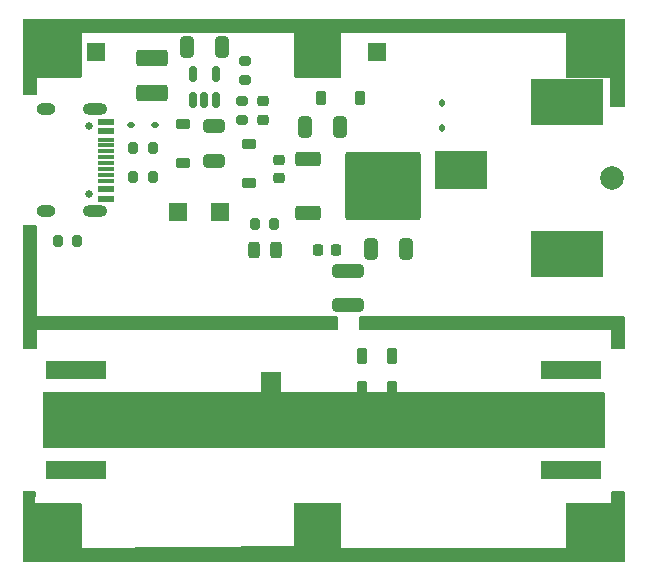
<source format=gbr>
%TF.GenerationSoftware,KiCad,Pcbnew,7.0.6-7.0.6~ubuntu22.04.1*%
%TF.CreationDate,2023-09-10T12:00:18+02:00*%
%TF.ProjectId,RFAmp,5246416d-702e-46b6-9963-61645f706362,rev?*%
%TF.SameCoordinates,Original*%
%TF.FileFunction,Soldermask,Top*%
%TF.FilePolarity,Negative*%
%FSLAX46Y46*%
G04 Gerber Fmt 4.6, Leading zero omitted, Abs format (unit mm)*
G04 Created by KiCad (PCBNEW 7.0.6-7.0.6~ubuntu22.04.1) date 2023-09-10 12:00:18*
%MOMM*%
%LPD*%
G01*
G04 APERTURE LIST*
G04 Aperture macros list*
%AMRoundRect*
0 Rectangle with rounded corners*
0 $1 Rounding radius*
0 $2 $3 $4 $5 $6 $7 $8 $9 X,Y pos of 4 corners*
0 Add a 4 corners polygon primitive as box body*
4,1,4,$2,$3,$4,$5,$6,$7,$8,$9,$2,$3,0*
0 Add four circle primitives for the rounded corners*
1,1,$1+$1,$2,$3*
1,1,$1+$1,$4,$5*
1,1,$1+$1,$6,$7*
1,1,$1+$1,$8,$9*
0 Add four rect primitives between the rounded corners*
20,1,$1+$1,$2,$3,$4,$5,0*
20,1,$1+$1,$4,$5,$6,$7,0*
20,1,$1+$1,$6,$7,$8,$9,0*
20,1,$1+$1,$8,$9,$2,$3,0*%
%AMFreePoly0*
4,1,9,3.862500,-0.866500,0.737500,-0.866500,0.737500,-0.450000,-0.737500,-0.450000,-0.737500,0.450000,0.737500,0.450000,0.737500,0.866500,3.862500,0.866500,3.862500,-0.866500,3.862500,-0.866500,$1*%
G04 Aperture macros list end*
%ADD10RoundRect,0.200000X0.200000X0.275000X-0.200000X0.275000X-0.200000X-0.275000X0.200000X-0.275000X0*%
%ADD11R,5.080000X1.500000*%
%ADD12RoundRect,0.225000X-0.375000X0.225000X-0.375000X-0.225000X0.375000X-0.225000X0.375000X0.225000X0*%
%ADD13RoundRect,0.225000X-0.250000X0.225000X-0.250000X-0.225000X0.250000X-0.225000X0.250000X0.225000X0*%
%ADD14RoundRect,0.243750X0.243750X0.456250X-0.243750X0.456250X-0.243750X-0.456250X0.243750X-0.456250X0*%
%ADD15RoundRect,0.250000X-0.850000X-0.350000X0.850000X-0.350000X0.850000X0.350000X-0.850000X0.350000X0*%
%ADD16RoundRect,0.249997X-2.950003X-2.650003X2.950003X-2.650003X2.950003X2.650003X-2.950003X2.650003X0*%
%ADD17RoundRect,0.150000X0.150000X-0.512500X0.150000X0.512500X-0.150000X0.512500X-0.150000X-0.512500X0*%
%ADD18R,1.500000X1.500000*%
%ADD19RoundRect,0.250000X1.075000X-0.312500X1.075000X0.312500X-1.075000X0.312500X-1.075000X-0.312500X0*%
%ADD20RoundRect,0.225000X0.250000X-0.225000X0.250000X0.225000X-0.250000X0.225000X-0.250000X-0.225000X0*%
%ADD21RoundRect,0.200000X-0.200000X-0.275000X0.200000X-0.275000X0.200000X0.275000X-0.200000X0.275000X0*%
%ADD22R,0.900000X1.300000*%
%ADD23FreePoly0,90.000000*%
%ADD24O,1.600000X1.000000*%
%ADD25O,2.100000X1.000000*%
%ADD26R,1.450000X0.600000*%
%ADD27R,1.450000X0.300000*%
%ADD28C,0.650000*%
%ADD29RoundRect,0.200000X0.275000X-0.200000X0.275000X0.200000X-0.275000X0.200000X-0.275000X-0.200000X0*%
%ADD30RoundRect,0.250000X-0.325000X-0.650000X0.325000X-0.650000X0.325000X0.650000X-0.325000X0.650000X0*%
%ADD31RoundRect,0.225000X0.225000X0.250000X-0.225000X0.250000X-0.225000X-0.250000X0.225000X-0.250000X0*%
%ADD32RoundRect,0.038000X0.342000X0.597000X-0.342000X0.597000X-0.342000X-0.597000X0.342000X-0.597000X0*%
%ADD33RoundRect,0.112500X-0.112500X0.187500X-0.112500X-0.187500X0.112500X-0.187500X0.112500X0.187500X0*%
%ADD34RoundRect,0.250000X-0.250000X-0.475000X0.250000X-0.475000X0.250000X0.475000X-0.250000X0.475000X0*%
%ADD35R,6.200000X3.900000*%
%ADD36R,4.400000X3.300000*%
%ADD37C,2.000000*%
%ADD38RoundRect,0.250001X-1.074999X0.462499X-1.074999X-0.462499X1.074999X-0.462499X1.074999X0.462499X0*%
%ADD39RoundRect,0.112500X0.187500X0.112500X-0.187500X0.112500X-0.187500X-0.112500X0.187500X-0.112500X0*%
%ADD40RoundRect,0.250000X0.650000X-0.325000X0.650000X0.325000X-0.650000X0.325000X-0.650000X-0.325000X0*%
%ADD41RoundRect,0.225000X-0.225000X-0.375000X0.225000X-0.375000X0.225000X0.375000X-0.225000X0.375000X0*%
%ADD42RoundRect,0.225000X0.375000X-0.225000X0.375000X0.225000X-0.375000X0.225000X-0.375000X-0.225000X0*%
G04 APERTURE END LIST*
D10*
%TO.C,R1*%
X121325000Y-117400000D03*
X119675000Y-117400000D03*
%TD*%
D11*
%TO.C,J1*%
X104562500Y-129750000D03*
X104562500Y-138250000D03*
X104562500Y-134000000D03*
%TD*%
D12*
%TO.C,D3*%
X119200000Y-110650000D03*
X119200000Y-113950000D03*
%TD*%
D13*
%TO.C,C1*%
X121750000Y-111975000D03*
X121750000Y-113525000D03*
%TD*%
D11*
%TO.C,J2*%
X146437500Y-134000000D03*
X146437500Y-129750000D03*
X146437500Y-138250000D03*
%TD*%
D14*
%TO.C,LED1*%
X121487500Y-119600000D03*
X119612500Y-119600000D03*
%TD*%
D15*
%TO.C,U2*%
X124200000Y-116480000D03*
D16*
X130500000Y-114200000D03*
D15*
X124200000Y-111920000D03*
%TD*%
D17*
%TO.C,U3*%
X114450000Y-106937500D03*
X115400000Y-106937500D03*
X116350000Y-106937500D03*
X116350000Y-104662500D03*
X114450000Y-104662500D03*
%TD*%
D18*
%TO.C,TP3*%
X116750000Y-116400000D03*
%TD*%
D19*
%TO.C,R2*%
X127600000Y-124262500D03*
X127600000Y-121337500D03*
%TD*%
D20*
%TO.C,C9*%
X120400000Y-108575000D03*
X120400000Y-107025000D03*
%TD*%
D21*
%TO.C,R4*%
X109375000Y-113400000D03*
X111025000Y-113400000D03*
%TD*%
D22*
%TO.C,U1*%
X119500000Y-133950000D03*
D23*
X121000000Y-133862500D03*
D22*
X122500000Y-133950000D03*
%TD*%
D21*
%TO.C,R5*%
X102975000Y-118800000D03*
X104625000Y-118800000D03*
%TD*%
D18*
%TO.C,TP2*%
X106200000Y-102850000D03*
%TD*%
D24*
%TO.C,J4*%
X101950000Y-116320000D03*
D25*
X106130000Y-116320000D03*
D24*
X101950000Y-107680000D03*
D25*
X106130000Y-107680000D03*
D26*
X107045000Y-108750000D03*
X107045000Y-109550000D03*
D27*
X107045000Y-110250000D03*
X107045000Y-111250000D03*
X107045000Y-112750000D03*
X107045000Y-113750000D03*
D26*
X107045000Y-114450000D03*
X107045000Y-115250000D03*
X107045000Y-115250000D03*
X107045000Y-114450000D03*
D27*
X107045000Y-113250000D03*
X107045000Y-112250000D03*
X107045000Y-111750000D03*
X107045000Y-110750000D03*
D26*
X107045000Y-109550000D03*
X107045000Y-108750000D03*
D28*
X105600000Y-114890000D03*
X105600000Y-109110000D03*
%TD*%
D29*
%TO.C,R6*%
X118600000Y-108625000D03*
X118600000Y-106975000D03*
%TD*%
D30*
%TO.C,C3*%
X123925000Y-109200000D03*
X126875000Y-109200000D03*
%TD*%
D31*
%TO.C,C2*%
X126575000Y-119600000D03*
X125025000Y-119600000D03*
%TD*%
D32*
%TO.C,L1*%
X131270000Y-131400000D03*
X128730000Y-131400000D03*
X128730000Y-128600000D03*
X131270000Y-128600000D03*
%TD*%
D33*
%TO.C,D1*%
X135500000Y-107150000D03*
X135500000Y-109250000D03*
%TD*%
D34*
%TO.C,C8*%
X137050000Y-134000000D03*
X138950000Y-134000000D03*
%TD*%
D30*
%TO.C,C4*%
X129525000Y-119500000D03*
X132475000Y-119500000D03*
%TD*%
D21*
%TO.C,R3*%
X109375000Y-111000000D03*
X111025000Y-111000000D03*
%TD*%
D35*
%TO.C,J3*%
X146100000Y-107050000D03*
X146100000Y-119950000D03*
D36*
X137100000Y-112800000D03*
D37*
X149900000Y-113500000D03*
%TD*%
D29*
%TO.C,R7*%
X118800000Y-105225000D03*
X118800000Y-103575000D03*
%TD*%
D38*
%TO.C,L2*%
X111000000Y-103312500D03*
X111000000Y-106287500D03*
%TD*%
D39*
%TO.C,D5*%
X111250000Y-109000000D03*
X109150000Y-109000000D03*
%TD*%
D30*
%TO.C,C5*%
X113925000Y-102400000D03*
X116875000Y-102400000D03*
%TD*%
D40*
%TO.C,C6*%
X116200000Y-112075000D03*
X116200000Y-109125000D03*
%TD*%
D41*
%TO.C,D2*%
X125300000Y-106700000D03*
X128600000Y-106700000D03*
%TD*%
D34*
%TO.C,C7*%
X112050000Y-134000000D03*
X113950000Y-134000000D03*
%TD*%
D18*
%TO.C,TP4*%
X130000000Y-102875000D03*
%TD*%
%TO.C,TP1*%
X113200000Y-116400000D03*
%TD*%
D42*
%TO.C,D4*%
X113600000Y-112250000D03*
X113600000Y-108950000D03*
%TD*%
G36*
X150943039Y-100019685D02*
G01*
X150988794Y-100072489D01*
X151000000Y-100124000D01*
X151000000Y-107376000D01*
X150980315Y-107443039D01*
X150927511Y-107488794D01*
X150876000Y-107500000D01*
X149824000Y-107500000D01*
X149756961Y-107480315D01*
X149711206Y-107427511D01*
X149700000Y-107376000D01*
X149700000Y-105000000D01*
X146124000Y-105000000D01*
X146056961Y-104980315D01*
X146011206Y-104927511D01*
X146000000Y-104876000D01*
X146000000Y-101200000D01*
X127000000Y-101200000D01*
X127000000Y-104876000D01*
X126980315Y-104943039D01*
X126927511Y-104988794D01*
X126876000Y-105000000D01*
X123124000Y-105000000D01*
X123056961Y-104980315D01*
X123011206Y-104927511D01*
X123000000Y-104876000D01*
X123000000Y-101200000D01*
X105000000Y-101200000D01*
X105000000Y-104876000D01*
X104980315Y-104943039D01*
X104927511Y-104988794D01*
X104876000Y-105000000D01*
X101200000Y-105000000D01*
X101200000Y-106376000D01*
X101180315Y-106443039D01*
X101127511Y-106488794D01*
X101076000Y-106500000D01*
X100124000Y-106500000D01*
X100056961Y-106480315D01*
X100011206Y-106427511D01*
X100000000Y-106376000D01*
X100000000Y-100124000D01*
X100019685Y-100056961D01*
X100072489Y-100011206D01*
X100124000Y-100000000D01*
X150876000Y-100000000D01*
X150943039Y-100019685D01*
G37*
G36*
X150943039Y-125219685D02*
G01*
X150988794Y-125272489D01*
X151000000Y-125324000D01*
X151000000Y-127876000D01*
X150980315Y-127943039D01*
X150927511Y-127988794D01*
X150876000Y-128000000D01*
X149924000Y-128000000D01*
X149856961Y-127980315D01*
X149811206Y-127927511D01*
X149800000Y-127876000D01*
X149800000Y-126400000D01*
X128624000Y-126400000D01*
X128556961Y-126380315D01*
X128511206Y-126327511D01*
X128500000Y-126276000D01*
X128500000Y-125324000D01*
X128519685Y-125256961D01*
X128572489Y-125211206D01*
X128624000Y-125200000D01*
X150876000Y-125200000D01*
X150943039Y-125219685D01*
G37*
G36*
X101143039Y-124969685D02*
G01*
X101188794Y-125022489D01*
X101200000Y-125074000D01*
X101200000Y-125200000D01*
X126576000Y-125200000D01*
X126643039Y-125219685D01*
X126688794Y-125272489D01*
X126700000Y-125324000D01*
X126700000Y-126276000D01*
X126680315Y-126343039D01*
X126627511Y-126388794D01*
X126576000Y-126400000D01*
X101200000Y-126400000D01*
X101189885Y-127876849D01*
X101169742Y-127943752D01*
X101116626Y-127989145D01*
X101065888Y-128000000D01*
X100124000Y-128000000D01*
X100056961Y-127980315D01*
X100011206Y-127927511D01*
X100000000Y-127876000D01*
X100000000Y-125074000D01*
X100019685Y-125006961D01*
X100072489Y-124961206D01*
X100124000Y-124950000D01*
X101076000Y-124950000D01*
X101143039Y-124969685D01*
G37*
G36*
X101049036Y-140019685D02*
G01*
X101094791Y-140072489D01*
X101105994Y-140124849D01*
X101100000Y-141000000D01*
X104876000Y-141000000D01*
X104943039Y-141019685D01*
X104988794Y-141072489D01*
X105000000Y-141124000D01*
X105000000Y-144800000D01*
X123000000Y-144700000D01*
X123000000Y-141124000D01*
X123019685Y-141056961D01*
X123072489Y-141011206D01*
X123124000Y-141000000D01*
X126876000Y-141000000D01*
X126943039Y-141019685D01*
X126988794Y-141072489D01*
X127000000Y-141124000D01*
X127000000Y-144800000D01*
X146000000Y-144800000D01*
X146000000Y-141124000D01*
X146019685Y-141056961D01*
X146072489Y-141011206D01*
X146124000Y-141000000D01*
X149800000Y-141000000D01*
X149800000Y-140124000D01*
X149819685Y-140056961D01*
X149872489Y-140011206D01*
X149924000Y-140000000D01*
X150876000Y-140000000D01*
X150943039Y-140019685D01*
X150988794Y-140072489D01*
X151000000Y-140124000D01*
X151000000Y-145876000D01*
X150980315Y-145943039D01*
X150927511Y-145988794D01*
X150876000Y-146000000D01*
X100124000Y-146000000D01*
X100056961Y-145980315D01*
X100011206Y-145927511D01*
X100000000Y-145876000D01*
X100000000Y-140124000D01*
X100019685Y-140056961D01*
X100072489Y-140011206D01*
X100124000Y-140000000D01*
X100981997Y-140000000D01*
X101049036Y-140019685D01*
G37*
G36*
X149243039Y-131619685D02*
G01*
X149288794Y-131672489D01*
X149300000Y-131724000D01*
X149300000Y-136276000D01*
X149280315Y-136343039D01*
X149227511Y-136388794D01*
X149176000Y-136400000D01*
X101824000Y-136400000D01*
X101756961Y-136380315D01*
X101711206Y-136327511D01*
X101700000Y-136276000D01*
X101700000Y-131724000D01*
X101719685Y-131656961D01*
X101772489Y-131611206D01*
X101824000Y-131600000D01*
X149176000Y-131600000D01*
X149243039Y-131619685D01*
G37*
G36*
X101143039Y-117519685D02*
G01*
X101188794Y-117572489D01*
X101200000Y-117624000D01*
X101200000Y-125200000D01*
X101323514Y-125200000D01*
X101390553Y-125219685D01*
X101436308Y-125272489D01*
X101446252Y-125341647D01*
X101446145Y-125342373D01*
X101445618Y-125345892D01*
X101444444Y-125351772D01*
X101439976Y-125369613D01*
X101438207Y-125375443D01*
X101431996Y-125392801D01*
X101429667Y-125398423D01*
X101421783Y-125415093D01*
X101418913Y-125420462D01*
X101409432Y-125436281D01*
X101406050Y-125441342D01*
X101395071Y-125456146D01*
X101391210Y-125460851D01*
X101378826Y-125474516D01*
X101374516Y-125478826D01*
X101360851Y-125491210D01*
X101356146Y-125495071D01*
X101341342Y-125506050D01*
X101336281Y-125509432D01*
X101320462Y-125518913D01*
X101315093Y-125521783D01*
X101298423Y-125529667D01*
X101292801Y-125531996D01*
X101275443Y-125538207D01*
X101269613Y-125539976D01*
X101251727Y-125544455D01*
X101245756Y-125545643D01*
X101227519Y-125548348D01*
X101221466Y-125548944D01*
X101201517Y-125549925D01*
X101198471Y-125550000D01*
X100124000Y-125550000D01*
X100056961Y-125530315D01*
X100011206Y-125477511D01*
X100000000Y-125426000D01*
X100000000Y-117624000D01*
X100019685Y-117556961D01*
X100072489Y-117511206D01*
X100124000Y-117500000D01*
X101076000Y-117500000D01*
X101143039Y-117519685D01*
G37*
M02*

</source>
